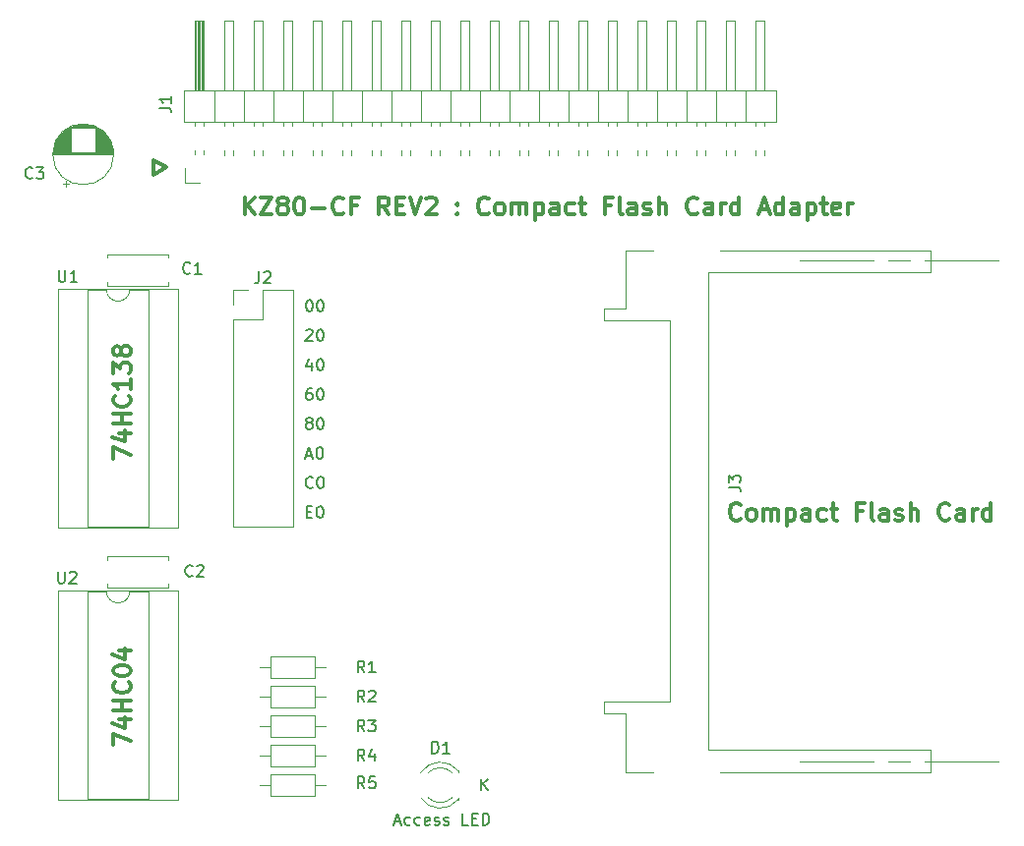
<source format=gto>
G04 #@! TF.GenerationSoftware,KiCad,Pcbnew,(5.0.0-3-g5ebb6b6)*
G04 #@! TF.CreationDate,2018-12-24T17:10:46+09:00*
G04 #@! TF.ProjectId,SBC80-CF,53424338302D43462E6B696361645F70,rev?*
G04 #@! TF.SameCoordinates,Original*
G04 #@! TF.FileFunction,Legend,Top*
G04 #@! TF.FilePolarity,Positive*
%FSLAX46Y46*%
G04 Gerber Fmt 4.6, Leading zero omitted, Abs format (unit mm)*
G04 Created by KiCad (PCBNEW (5.0.0-3-g5ebb6b6)) date 2018 December 24, Monday 17:10:46*
%MOMM*%
%LPD*%
G01*
G04 APERTURE LIST*
%ADD10C,0.200000*%
%ADD11C,0.150000*%
%ADD12C,0.300000*%
%ADD13C,0.120000*%
G04 APERTURE END LIST*
D10*
X148268095Y-110562380D02*
X148268095Y-109562380D01*
X148839523Y-110562380D02*
X148410952Y-109990952D01*
X148839523Y-109562380D02*
X148268095Y-110133809D01*
D11*
X140798571Y-113256666D02*
X141274761Y-113256666D01*
X140703333Y-113542380D02*
X141036666Y-112542380D01*
X141370000Y-113542380D01*
X142131904Y-113494761D02*
X142036666Y-113542380D01*
X141846190Y-113542380D01*
X141750952Y-113494761D01*
X141703333Y-113447142D01*
X141655714Y-113351904D01*
X141655714Y-113066190D01*
X141703333Y-112970952D01*
X141750952Y-112923333D01*
X141846190Y-112875714D01*
X142036666Y-112875714D01*
X142131904Y-112923333D01*
X142989047Y-113494761D02*
X142893809Y-113542380D01*
X142703333Y-113542380D01*
X142608095Y-113494761D01*
X142560476Y-113447142D01*
X142512857Y-113351904D01*
X142512857Y-113066190D01*
X142560476Y-112970952D01*
X142608095Y-112923333D01*
X142703333Y-112875714D01*
X142893809Y-112875714D01*
X142989047Y-112923333D01*
X143798571Y-113494761D02*
X143703333Y-113542380D01*
X143512857Y-113542380D01*
X143417619Y-113494761D01*
X143370000Y-113399523D01*
X143370000Y-113018571D01*
X143417619Y-112923333D01*
X143512857Y-112875714D01*
X143703333Y-112875714D01*
X143798571Y-112923333D01*
X143846190Y-113018571D01*
X143846190Y-113113809D01*
X143370000Y-113209047D01*
X144227142Y-113494761D02*
X144322380Y-113542380D01*
X144512857Y-113542380D01*
X144608095Y-113494761D01*
X144655714Y-113399523D01*
X144655714Y-113351904D01*
X144608095Y-113256666D01*
X144512857Y-113209047D01*
X144370000Y-113209047D01*
X144274761Y-113161428D01*
X144227142Y-113066190D01*
X144227142Y-113018571D01*
X144274761Y-112923333D01*
X144370000Y-112875714D01*
X144512857Y-112875714D01*
X144608095Y-112923333D01*
X145036666Y-113494761D02*
X145131904Y-113542380D01*
X145322380Y-113542380D01*
X145417619Y-113494761D01*
X145465238Y-113399523D01*
X145465238Y-113351904D01*
X145417619Y-113256666D01*
X145322380Y-113209047D01*
X145179523Y-113209047D01*
X145084285Y-113161428D01*
X145036666Y-113066190D01*
X145036666Y-113018571D01*
X145084285Y-112923333D01*
X145179523Y-112875714D01*
X145322380Y-112875714D01*
X145417619Y-112923333D01*
X147131904Y-113542380D02*
X146655714Y-113542380D01*
X146655714Y-112542380D01*
X147465238Y-113018571D02*
X147798571Y-113018571D01*
X147941428Y-113542380D02*
X147465238Y-113542380D01*
X147465238Y-112542380D01*
X147941428Y-112542380D01*
X148370000Y-113542380D02*
X148370000Y-112542380D01*
X148608095Y-112542380D01*
X148750952Y-112590000D01*
X148846190Y-112685238D01*
X148893809Y-112780476D01*
X148941428Y-112970952D01*
X148941428Y-113113809D01*
X148893809Y-113304285D01*
X148846190Y-113399523D01*
X148750952Y-113494761D01*
X148608095Y-113542380D01*
X148370000Y-113542380D01*
D12*
X127888571Y-60948571D02*
X127888571Y-59448571D01*
X128745714Y-60948571D02*
X128102857Y-60091428D01*
X128745714Y-59448571D02*
X127888571Y-60305714D01*
X129245714Y-59448571D02*
X130245714Y-59448571D01*
X129245714Y-60948571D01*
X130245714Y-60948571D01*
X131031428Y-60091428D02*
X130888571Y-60020000D01*
X130817142Y-59948571D01*
X130745714Y-59805714D01*
X130745714Y-59734285D01*
X130817142Y-59591428D01*
X130888571Y-59520000D01*
X131031428Y-59448571D01*
X131317142Y-59448571D01*
X131460000Y-59520000D01*
X131531428Y-59591428D01*
X131602857Y-59734285D01*
X131602857Y-59805714D01*
X131531428Y-59948571D01*
X131460000Y-60020000D01*
X131317142Y-60091428D01*
X131031428Y-60091428D01*
X130888571Y-60162857D01*
X130817142Y-60234285D01*
X130745714Y-60377142D01*
X130745714Y-60662857D01*
X130817142Y-60805714D01*
X130888571Y-60877142D01*
X131031428Y-60948571D01*
X131317142Y-60948571D01*
X131460000Y-60877142D01*
X131531428Y-60805714D01*
X131602857Y-60662857D01*
X131602857Y-60377142D01*
X131531428Y-60234285D01*
X131460000Y-60162857D01*
X131317142Y-60091428D01*
X132531428Y-59448571D02*
X132674285Y-59448571D01*
X132817142Y-59520000D01*
X132888571Y-59591428D01*
X132960000Y-59734285D01*
X133031428Y-60020000D01*
X133031428Y-60377142D01*
X132960000Y-60662857D01*
X132888571Y-60805714D01*
X132817142Y-60877142D01*
X132674285Y-60948571D01*
X132531428Y-60948571D01*
X132388571Y-60877142D01*
X132317142Y-60805714D01*
X132245714Y-60662857D01*
X132174285Y-60377142D01*
X132174285Y-60020000D01*
X132245714Y-59734285D01*
X132317142Y-59591428D01*
X132388571Y-59520000D01*
X132531428Y-59448571D01*
X133674285Y-60377142D02*
X134817142Y-60377142D01*
X136388571Y-60805714D02*
X136317142Y-60877142D01*
X136102857Y-60948571D01*
X135960000Y-60948571D01*
X135745714Y-60877142D01*
X135602857Y-60734285D01*
X135531428Y-60591428D01*
X135460000Y-60305714D01*
X135460000Y-60091428D01*
X135531428Y-59805714D01*
X135602857Y-59662857D01*
X135745714Y-59520000D01*
X135960000Y-59448571D01*
X136102857Y-59448571D01*
X136317142Y-59520000D01*
X136388571Y-59591428D01*
X137531428Y-60162857D02*
X137031428Y-60162857D01*
X137031428Y-60948571D02*
X137031428Y-59448571D01*
X137745714Y-59448571D01*
X140317142Y-60948571D02*
X139817142Y-60234285D01*
X139460000Y-60948571D02*
X139460000Y-59448571D01*
X140031428Y-59448571D01*
X140174285Y-59520000D01*
X140245714Y-59591428D01*
X140317142Y-59734285D01*
X140317142Y-59948571D01*
X140245714Y-60091428D01*
X140174285Y-60162857D01*
X140031428Y-60234285D01*
X139460000Y-60234285D01*
X140960000Y-60162857D02*
X141460000Y-60162857D01*
X141674285Y-60948571D02*
X140960000Y-60948571D01*
X140960000Y-59448571D01*
X141674285Y-59448571D01*
X142102857Y-59448571D02*
X142602857Y-60948571D01*
X143102857Y-59448571D01*
X143531428Y-59591428D02*
X143602857Y-59520000D01*
X143745714Y-59448571D01*
X144102857Y-59448571D01*
X144245714Y-59520000D01*
X144317142Y-59591428D01*
X144388571Y-59734285D01*
X144388571Y-59877142D01*
X144317142Y-60091428D01*
X143460000Y-60948571D01*
X144388571Y-60948571D01*
X146174285Y-60805714D02*
X146245714Y-60877142D01*
X146174285Y-60948571D01*
X146102857Y-60877142D01*
X146174285Y-60805714D01*
X146174285Y-60948571D01*
X146174285Y-60020000D02*
X146245714Y-60091428D01*
X146174285Y-60162857D01*
X146102857Y-60091428D01*
X146174285Y-60020000D01*
X146174285Y-60162857D01*
X148888571Y-60805714D02*
X148817142Y-60877142D01*
X148602857Y-60948571D01*
X148460000Y-60948571D01*
X148245714Y-60877142D01*
X148102857Y-60734285D01*
X148031428Y-60591428D01*
X147960000Y-60305714D01*
X147960000Y-60091428D01*
X148031428Y-59805714D01*
X148102857Y-59662857D01*
X148245714Y-59520000D01*
X148460000Y-59448571D01*
X148602857Y-59448571D01*
X148817142Y-59520000D01*
X148888571Y-59591428D01*
X149745714Y-60948571D02*
X149602857Y-60877142D01*
X149531428Y-60805714D01*
X149460000Y-60662857D01*
X149460000Y-60234285D01*
X149531428Y-60091428D01*
X149602857Y-60020000D01*
X149745714Y-59948571D01*
X149960000Y-59948571D01*
X150102857Y-60020000D01*
X150174285Y-60091428D01*
X150245714Y-60234285D01*
X150245714Y-60662857D01*
X150174285Y-60805714D01*
X150102857Y-60877142D01*
X149960000Y-60948571D01*
X149745714Y-60948571D01*
X150888571Y-60948571D02*
X150888571Y-59948571D01*
X150888571Y-60091428D02*
X150960000Y-60020000D01*
X151102857Y-59948571D01*
X151317142Y-59948571D01*
X151460000Y-60020000D01*
X151531428Y-60162857D01*
X151531428Y-60948571D01*
X151531428Y-60162857D02*
X151602857Y-60020000D01*
X151745714Y-59948571D01*
X151960000Y-59948571D01*
X152102857Y-60020000D01*
X152174285Y-60162857D01*
X152174285Y-60948571D01*
X152888571Y-59948571D02*
X152888571Y-61448571D01*
X152888571Y-60020000D02*
X153031428Y-59948571D01*
X153317142Y-59948571D01*
X153460000Y-60020000D01*
X153531428Y-60091428D01*
X153602857Y-60234285D01*
X153602857Y-60662857D01*
X153531428Y-60805714D01*
X153460000Y-60877142D01*
X153317142Y-60948571D01*
X153031428Y-60948571D01*
X152888571Y-60877142D01*
X154888571Y-60948571D02*
X154888571Y-60162857D01*
X154817142Y-60020000D01*
X154674285Y-59948571D01*
X154388571Y-59948571D01*
X154245714Y-60020000D01*
X154888571Y-60877142D02*
X154745714Y-60948571D01*
X154388571Y-60948571D01*
X154245714Y-60877142D01*
X154174285Y-60734285D01*
X154174285Y-60591428D01*
X154245714Y-60448571D01*
X154388571Y-60377142D01*
X154745714Y-60377142D01*
X154888571Y-60305714D01*
X156245714Y-60877142D02*
X156102857Y-60948571D01*
X155817142Y-60948571D01*
X155674285Y-60877142D01*
X155602857Y-60805714D01*
X155531428Y-60662857D01*
X155531428Y-60234285D01*
X155602857Y-60091428D01*
X155674285Y-60020000D01*
X155817142Y-59948571D01*
X156102857Y-59948571D01*
X156245714Y-60020000D01*
X156674285Y-59948571D02*
X157245714Y-59948571D01*
X156888571Y-59448571D02*
X156888571Y-60734285D01*
X156960000Y-60877142D01*
X157102857Y-60948571D01*
X157245714Y-60948571D01*
X159388571Y-60162857D02*
X158888571Y-60162857D01*
X158888571Y-60948571D02*
X158888571Y-59448571D01*
X159602857Y-59448571D01*
X160388571Y-60948571D02*
X160245714Y-60877142D01*
X160174285Y-60734285D01*
X160174285Y-59448571D01*
X161602857Y-60948571D02*
X161602857Y-60162857D01*
X161531428Y-60020000D01*
X161388571Y-59948571D01*
X161102857Y-59948571D01*
X160960000Y-60020000D01*
X161602857Y-60877142D02*
X161460000Y-60948571D01*
X161102857Y-60948571D01*
X160960000Y-60877142D01*
X160888571Y-60734285D01*
X160888571Y-60591428D01*
X160960000Y-60448571D01*
X161102857Y-60377142D01*
X161460000Y-60377142D01*
X161602857Y-60305714D01*
X162245714Y-60877142D02*
X162388571Y-60948571D01*
X162674285Y-60948571D01*
X162817142Y-60877142D01*
X162888571Y-60734285D01*
X162888571Y-60662857D01*
X162817142Y-60520000D01*
X162674285Y-60448571D01*
X162460000Y-60448571D01*
X162317142Y-60377142D01*
X162245714Y-60234285D01*
X162245714Y-60162857D01*
X162317142Y-60020000D01*
X162460000Y-59948571D01*
X162674285Y-59948571D01*
X162817142Y-60020000D01*
X163531428Y-60948571D02*
X163531428Y-59448571D01*
X164174285Y-60948571D02*
X164174285Y-60162857D01*
X164102857Y-60020000D01*
X163960000Y-59948571D01*
X163745714Y-59948571D01*
X163602857Y-60020000D01*
X163531428Y-60091428D01*
X166888571Y-60805714D02*
X166817142Y-60877142D01*
X166602857Y-60948571D01*
X166460000Y-60948571D01*
X166245714Y-60877142D01*
X166102857Y-60734285D01*
X166031428Y-60591428D01*
X165960000Y-60305714D01*
X165960000Y-60091428D01*
X166031428Y-59805714D01*
X166102857Y-59662857D01*
X166245714Y-59520000D01*
X166460000Y-59448571D01*
X166602857Y-59448571D01*
X166817142Y-59520000D01*
X166888571Y-59591428D01*
X168174285Y-60948571D02*
X168174285Y-60162857D01*
X168102857Y-60020000D01*
X167960000Y-59948571D01*
X167674285Y-59948571D01*
X167531428Y-60020000D01*
X168174285Y-60877142D02*
X168031428Y-60948571D01*
X167674285Y-60948571D01*
X167531428Y-60877142D01*
X167460000Y-60734285D01*
X167460000Y-60591428D01*
X167531428Y-60448571D01*
X167674285Y-60377142D01*
X168031428Y-60377142D01*
X168174285Y-60305714D01*
X168888571Y-60948571D02*
X168888571Y-59948571D01*
X168888571Y-60234285D02*
X168960000Y-60091428D01*
X169031428Y-60020000D01*
X169174285Y-59948571D01*
X169317142Y-59948571D01*
X170460000Y-60948571D02*
X170460000Y-59448571D01*
X170460000Y-60877142D02*
X170317142Y-60948571D01*
X170031428Y-60948571D01*
X169888571Y-60877142D01*
X169817142Y-60805714D01*
X169745714Y-60662857D01*
X169745714Y-60234285D01*
X169817142Y-60091428D01*
X169888571Y-60020000D01*
X170031428Y-59948571D01*
X170317142Y-59948571D01*
X170460000Y-60020000D01*
X172245714Y-60520000D02*
X172960000Y-60520000D01*
X172102857Y-60948571D02*
X172602857Y-59448571D01*
X173102857Y-60948571D01*
X174245714Y-60948571D02*
X174245714Y-59448571D01*
X174245714Y-60877142D02*
X174102857Y-60948571D01*
X173817142Y-60948571D01*
X173674285Y-60877142D01*
X173602857Y-60805714D01*
X173531428Y-60662857D01*
X173531428Y-60234285D01*
X173602857Y-60091428D01*
X173674285Y-60020000D01*
X173817142Y-59948571D01*
X174102857Y-59948571D01*
X174245714Y-60020000D01*
X175602857Y-60948571D02*
X175602857Y-60162857D01*
X175531428Y-60020000D01*
X175388571Y-59948571D01*
X175102857Y-59948571D01*
X174960000Y-60020000D01*
X175602857Y-60877142D02*
X175460000Y-60948571D01*
X175102857Y-60948571D01*
X174960000Y-60877142D01*
X174888571Y-60734285D01*
X174888571Y-60591428D01*
X174960000Y-60448571D01*
X175102857Y-60377142D01*
X175460000Y-60377142D01*
X175602857Y-60305714D01*
X176317142Y-59948571D02*
X176317142Y-61448571D01*
X176317142Y-60020000D02*
X176460000Y-59948571D01*
X176745714Y-59948571D01*
X176888571Y-60020000D01*
X176960000Y-60091428D01*
X177031428Y-60234285D01*
X177031428Y-60662857D01*
X176960000Y-60805714D01*
X176888571Y-60877142D01*
X176745714Y-60948571D01*
X176460000Y-60948571D01*
X176317142Y-60877142D01*
X177460000Y-59948571D02*
X178031428Y-59948571D01*
X177674285Y-59448571D02*
X177674285Y-60734285D01*
X177745714Y-60877142D01*
X177888571Y-60948571D01*
X178031428Y-60948571D01*
X179102857Y-60877142D02*
X178960000Y-60948571D01*
X178674285Y-60948571D01*
X178531428Y-60877142D01*
X178460000Y-60734285D01*
X178460000Y-60162857D01*
X178531428Y-60020000D01*
X178674285Y-59948571D01*
X178960000Y-59948571D01*
X179102857Y-60020000D01*
X179174285Y-60162857D01*
X179174285Y-60305714D01*
X178460000Y-60448571D01*
X179817142Y-60948571D02*
X179817142Y-59948571D01*
X179817142Y-60234285D02*
X179888571Y-60091428D01*
X179960000Y-60020000D01*
X180102857Y-59948571D01*
X180245714Y-59948571D01*
X170557857Y-87150714D02*
X170486428Y-87222142D01*
X170272142Y-87293571D01*
X170129285Y-87293571D01*
X169915000Y-87222142D01*
X169772142Y-87079285D01*
X169700714Y-86936428D01*
X169629285Y-86650714D01*
X169629285Y-86436428D01*
X169700714Y-86150714D01*
X169772142Y-86007857D01*
X169915000Y-85865000D01*
X170129285Y-85793571D01*
X170272142Y-85793571D01*
X170486428Y-85865000D01*
X170557857Y-85936428D01*
X171415000Y-87293571D02*
X171272142Y-87222142D01*
X171200714Y-87150714D01*
X171129285Y-87007857D01*
X171129285Y-86579285D01*
X171200714Y-86436428D01*
X171272142Y-86365000D01*
X171415000Y-86293571D01*
X171629285Y-86293571D01*
X171772142Y-86365000D01*
X171843571Y-86436428D01*
X171915000Y-86579285D01*
X171915000Y-87007857D01*
X171843571Y-87150714D01*
X171772142Y-87222142D01*
X171629285Y-87293571D01*
X171415000Y-87293571D01*
X172557857Y-87293571D02*
X172557857Y-86293571D01*
X172557857Y-86436428D02*
X172629285Y-86365000D01*
X172772142Y-86293571D01*
X172986428Y-86293571D01*
X173129285Y-86365000D01*
X173200714Y-86507857D01*
X173200714Y-87293571D01*
X173200714Y-86507857D02*
X173272142Y-86365000D01*
X173415000Y-86293571D01*
X173629285Y-86293571D01*
X173772142Y-86365000D01*
X173843571Y-86507857D01*
X173843571Y-87293571D01*
X174557857Y-86293571D02*
X174557857Y-87793571D01*
X174557857Y-86365000D02*
X174700714Y-86293571D01*
X174986428Y-86293571D01*
X175129285Y-86365000D01*
X175200714Y-86436428D01*
X175272142Y-86579285D01*
X175272142Y-87007857D01*
X175200714Y-87150714D01*
X175129285Y-87222142D01*
X174986428Y-87293571D01*
X174700714Y-87293571D01*
X174557857Y-87222142D01*
X176557857Y-87293571D02*
X176557857Y-86507857D01*
X176486428Y-86365000D01*
X176343571Y-86293571D01*
X176057857Y-86293571D01*
X175915000Y-86365000D01*
X176557857Y-87222142D02*
X176415000Y-87293571D01*
X176057857Y-87293571D01*
X175915000Y-87222142D01*
X175843571Y-87079285D01*
X175843571Y-86936428D01*
X175915000Y-86793571D01*
X176057857Y-86722142D01*
X176415000Y-86722142D01*
X176557857Y-86650714D01*
X177915000Y-87222142D02*
X177772142Y-87293571D01*
X177486428Y-87293571D01*
X177343571Y-87222142D01*
X177272142Y-87150714D01*
X177200714Y-87007857D01*
X177200714Y-86579285D01*
X177272142Y-86436428D01*
X177343571Y-86365000D01*
X177486428Y-86293571D01*
X177772142Y-86293571D01*
X177915000Y-86365000D01*
X178343571Y-86293571D02*
X178915000Y-86293571D01*
X178557857Y-85793571D02*
X178557857Y-87079285D01*
X178629285Y-87222142D01*
X178772142Y-87293571D01*
X178915000Y-87293571D01*
X181057857Y-86507857D02*
X180557857Y-86507857D01*
X180557857Y-87293571D02*
X180557857Y-85793571D01*
X181272142Y-85793571D01*
X182057857Y-87293571D02*
X181915000Y-87222142D01*
X181843571Y-87079285D01*
X181843571Y-85793571D01*
X183272142Y-87293571D02*
X183272142Y-86507857D01*
X183200714Y-86365000D01*
X183057857Y-86293571D01*
X182772142Y-86293571D01*
X182629285Y-86365000D01*
X183272142Y-87222142D02*
X183129285Y-87293571D01*
X182772142Y-87293571D01*
X182629285Y-87222142D01*
X182557857Y-87079285D01*
X182557857Y-86936428D01*
X182629285Y-86793571D01*
X182772142Y-86722142D01*
X183129285Y-86722142D01*
X183272142Y-86650714D01*
X183915000Y-87222142D02*
X184057857Y-87293571D01*
X184343571Y-87293571D01*
X184486428Y-87222142D01*
X184557857Y-87079285D01*
X184557857Y-87007857D01*
X184486428Y-86865000D01*
X184343571Y-86793571D01*
X184129285Y-86793571D01*
X183986428Y-86722142D01*
X183915000Y-86579285D01*
X183915000Y-86507857D01*
X183986428Y-86365000D01*
X184129285Y-86293571D01*
X184343571Y-86293571D01*
X184486428Y-86365000D01*
X185200714Y-87293571D02*
X185200714Y-85793571D01*
X185843571Y-87293571D02*
X185843571Y-86507857D01*
X185772142Y-86365000D01*
X185629285Y-86293571D01*
X185415000Y-86293571D01*
X185272142Y-86365000D01*
X185200714Y-86436428D01*
X188557857Y-87150714D02*
X188486428Y-87222142D01*
X188272142Y-87293571D01*
X188129285Y-87293571D01*
X187915000Y-87222142D01*
X187772142Y-87079285D01*
X187700714Y-86936428D01*
X187629285Y-86650714D01*
X187629285Y-86436428D01*
X187700714Y-86150714D01*
X187772142Y-86007857D01*
X187915000Y-85865000D01*
X188129285Y-85793571D01*
X188272142Y-85793571D01*
X188486428Y-85865000D01*
X188557857Y-85936428D01*
X189843571Y-87293571D02*
X189843571Y-86507857D01*
X189772142Y-86365000D01*
X189629285Y-86293571D01*
X189343571Y-86293571D01*
X189200714Y-86365000D01*
X189843571Y-87222142D02*
X189700714Y-87293571D01*
X189343571Y-87293571D01*
X189200714Y-87222142D01*
X189129285Y-87079285D01*
X189129285Y-86936428D01*
X189200714Y-86793571D01*
X189343571Y-86722142D01*
X189700714Y-86722142D01*
X189843571Y-86650714D01*
X190557857Y-87293571D02*
X190557857Y-86293571D01*
X190557857Y-86579285D02*
X190629285Y-86436428D01*
X190700714Y-86365000D01*
X190843571Y-86293571D01*
X190986428Y-86293571D01*
X192129285Y-87293571D02*
X192129285Y-85793571D01*
X192129285Y-87222142D02*
X191986428Y-87293571D01*
X191700714Y-87293571D01*
X191557857Y-87222142D01*
X191486428Y-87150714D01*
X191415000Y-87007857D01*
X191415000Y-86579285D01*
X191486428Y-86436428D01*
X191557857Y-86365000D01*
X191700714Y-86293571D01*
X191986428Y-86293571D01*
X192129285Y-86365000D01*
X121161428Y-56877142D02*
X120018571Y-57520000D01*
X120018571Y-56234285D01*
X121161428Y-56877142D01*
X116593571Y-81982857D02*
X116593571Y-80982857D01*
X118093571Y-81625714D01*
X117093571Y-79768571D02*
X118093571Y-79768571D01*
X116522142Y-80125714D02*
X117593571Y-80482857D01*
X117593571Y-79554285D01*
X118093571Y-78982857D02*
X116593571Y-78982857D01*
X117307857Y-78982857D02*
X117307857Y-78125714D01*
X118093571Y-78125714D02*
X116593571Y-78125714D01*
X117950714Y-76554285D02*
X118022142Y-76625714D01*
X118093571Y-76840000D01*
X118093571Y-76982857D01*
X118022142Y-77197142D01*
X117879285Y-77340000D01*
X117736428Y-77411428D01*
X117450714Y-77482857D01*
X117236428Y-77482857D01*
X116950714Y-77411428D01*
X116807857Y-77340000D01*
X116665000Y-77197142D01*
X116593571Y-76982857D01*
X116593571Y-76840000D01*
X116665000Y-76625714D01*
X116736428Y-76554285D01*
X118093571Y-75125714D02*
X118093571Y-75982857D01*
X118093571Y-75554285D02*
X116593571Y-75554285D01*
X116807857Y-75697142D01*
X116950714Y-75840000D01*
X117022142Y-75982857D01*
X116593571Y-74625714D02*
X116593571Y-73697142D01*
X117165000Y-74197142D01*
X117165000Y-73982857D01*
X117236428Y-73840000D01*
X117307857Y-73768571D01*
X117450714Y-73697142D01*
X117807857Y-73697142D01*
X117950714Y-73768571D01*
X118022142Y-73840000D01*
X118093571Y-73982857D01*
X118093571Y-74411428D01*
X118022142Y-74554285D01*
X117950714Y-74625714D01*
X117236428Y-72840000D02*
X117165000Y-72982857D01*
X117093571Y-73054285D01*
X116950714Y-73125714D01*
X116879285Y-73125714D01*
X116736428Y-73054285D01*
X116665000Y-72982857D01*
X116593571Y-72840000D01*
X116593571Y-72554285D01*
X116665000Y-72411428D01*
X116736428Y-72340000D01*
X116879285Y-72268571D01*
X116950714Y-72268571D01*
X117093571Y-72340000D01*
X117165000Y-72411428D01*
X117236428Y-72554285D01*
X117236428Y-72840000D01*
X117307857Y-72982857D01*
X117379285Y-73054285D01*
X117522142Y-73125714D01*
X117807857Y-73125714D01*
X117950714Y-73054285D01*
X118022142Y-72982857D01*
X118093571Y-72840000D01*
X118093571Y-72554285D01*
X118022142Y-72411428D01*
X117950714Y-72340000D01*
X117807857Y-72268571D01*
X117522142Y-72268571D01*
X117379285Y-72340000D01*
X117307857Y-72411428D01*
X117236428Y-72554285D01*
X116593571Y-106668571D02*
X116593571Y-105668571D01*
X118093571Y-106311428D01*
X117093571Y-104454285D02*
X118093571Y-104454285D01*
X116522142Y-104811428D02*
X117593571Y-105168571D01*
X117593571Y-104240000D01*
X118093571Y-103668571D02*
X116593571Y-103668571D01*
X117307857Y-103668571D02*
X117307857Y-102811428D01*
X118093571Y-102811428D02*
X116593571Y-102811428D01*
X117950714Y-101240000D02*
X118022142Y-101311428D01*
X118093571Y-101525714D01*
X118093571Y-101668571D01*
X118022142Y-101882857D01*
X117879285Y-102025714D01*
X117736428Y-102097142D01*
X117450714Y-102168571D01*
X117236428Y-102168571D01*
X116950714Y-102097142D01*
X116807857Y-102025714D01*
X116665000Y-101882857D01*
X116593571Y-101668571D01*
X116593571Y-101525714D01*
X116665000Y-101311428D01*
X116736428Y-101240000D01*
X116593571Y-100311428D02*
X116593571Y-100168571D01*
X116665000Y-100025714D01*
X116736428Y-99954285D01*
X116879285Y-99882857D01*
X117165000Y-99811428D01*
X117522142Y-99811428D01*
X117807857Y-99882857D01*
X117950714Y-99954285D01*
X118022142Y-100025714D01*
X118093571Y-100168571D01*
X118093571Y-100311428D01*
X118022142Y-100454285D01*
X117950714Y-100525714D01*
X117807857Y-100597142D01*
X117522142Y-100668571D01*
X117165000Y-100668571D01*
X116879285Y-100597142D01*
X116736428Y-100525714D01*
X116665000Y-100454285D01*
X116593571Y-100311428D01*
X117093571Y-98525714D02*
X118093571Y-98525714D01*
X116522142Y-98882857D02*
X117593571Y-99240000D01*
X117593571Y-98311428D01*
D11*
X133234523Y-86543571D02*
X133567857Y-86543571D01*
X133710714Y-87067380D02*
X133234523Y-87067380D01*
X133234523Y-86067380D01*
X133710714Y-86067380D01*
X134329761Y-86067380D02*
X134425000Y-86067380D01*
X134520238Y-86115000D01*
X134567857Y-86162619D01*
X134615476Y-86257857D01*
X134663095Y-86448333D01*
X134663095Y-86686428D01*
X134615476Y-86876904D01*
X134567857Y-86972142D01*
X134520238Y-87019761D01*
X134425000Y-87067380D01*
X134329761Y-87067380D01*
X134234523Y-87019761D01*
X134186904Y-86972142D01*
X134139285Y-86876904D01*
X134091666Y-86686428D01*
X134091666Y-86448333D01*
X134139285Y-86257857D01*
X134186904Y-86162619D01*
X134234523Y-86115000D01*
X134329761Y-86067380D01*
X133758333Y-84432142D02*
X133710714Y-84479761D01*
X133567857Y-84527380D01*
X133472619Y-84527380D01*
X133329761Y-84479761D01*
X133234523Y-84384523D01*
X133186904Y-84289285D01*
X133139285Y-84098809D01*
X133139285Y-83955952D01*
X133186904Y-83765476D01*
X133234523Y-83670238D01*
X133329761Y-83575000D01*
X133472619Y-83527380D01*
X133567857Y-83527380D01*
X133710714Y-83575000D01*
X133758333Y-83622619D01*
X134377380Y-83527380D02*
X134472619Y-83527380D01*
X134567857Y-83575000D01*
X134615476Y-83622619D01*
X134663095Y-83717857D01*
X134710714Y-83908333D01*
X134710714Y-84146428D01*
X134663095Y-84336904D01*
X134615476Y-84432142D01*
X134567857Y-84479761D01*
X134472619Y-84527380D01*
X134377380Y-84527380D01*
X134282142Y-84479761D01*
X134234523Y-84432142D01*
X134186904Y-84336904D01*
X134139285Y-84146428D01*
X134139285Y-83908333D01*
X134186904Y-83717857D01*
X134234523Y-83622619D01*
X134282142Y-83575000D01*
X134377380Y-83527380D01*
X133210714Y-81701666D02*
X133686904Y-81701666D01*
X133115476Y-81987380D02*
X133448809Y-80987380D01*
X133782142Y-81987380D01*
X134305952Y-80987380D02*
X134401190Y-80987380D01*
X134496428Y-81035000D01*
X134544047Y-81082619D01*
X134591666Y-81177857D01*
X134639285Y-81368333D01*
X134639285Y-81606428D01*
X134591666Y-81796904D01*
X134544047Y-81892142D01*
X134496428Y-81939761D01*
X134401190Y-81987380D01*
X134305952Y-81987380D01*
X134210714Y-81939761D01*
X134163095Y-81892142D01*
X134115476Y-81796904D01*
X134067857Y-81606428D01*
X134067857Y-81368333D01*
X134115476Y-81177857D01*
X134163095Y-81082619D01*
X134210714Y-81035000D01*
X134305952Y-80987380D01*
X133353571Y-78875952D02*
X133258333Y-78828333D01*
X133210714Y-78780714D01*
X133163095Y-78685476D01*
X133163095Y-78637857D01*
X133210714Y-78542619D01*
X133258333Y-78495000D01*
X133353571Y-78447380D01*
X133544047Y-78447380D01*
X133639285Y-78495000D01*
X133686904Y-78542619D01*
X133734523Y-78637857D01*
X133734523Y-78685476D01*
X133686904Y-78780714D01*
X133639285Y-78828333D01*
X133544047Y-78875952D01*
X133353571Y-78875952D01*
X133258333Y-78923571D01*
X133210714Y-78971190D01*
X133163095Y-79066428D01*
X133163095Y-79256904D01*
X133210714Y-79352142D01*
X133258333Y-79399761D01*
X133353571Y-79447380D01*
X133544047Y-79447380D01*
X133639285Y-79399761D01*
X133686904Y-79352142D01*
X133734523Y-79256904D01*
X133734523Y-79066428D01*
X133686904Y-78971190D01*
X133639285Y-78923571D01*
X133544047Y-78875952D01*
X134353571Y-78447380D02*
X134448809Y-78447380D01*
X134544047Y-78495000D01*
X134591666Y-78542619D01*
X134639285Y-78637857D01*
X134686904Y-78828333D01*
X134686904Y-79066428D01*
X134639285Y-79256904D01*
X134591666Y-79352142D01*
X134544047Y-79399761D01*
X134448809Y-79447380D01*
X134353571Y-79447380D01*
X134258333Y-79399761D01*
X134210714Y-79352142D01*
X134163095Y-79256904D01*
X134115476Y-79066428D01*
X134115476Y-78828333D01*
X134163095Y-78637857D01*
X134210714Y-78542619D01*
X134258333Y-78495000D01*
X134353571Y-78447380D01*
X133639285Y-75907380D02*
X133448809Y-75907380D01*
X133353571Y-75955000D01*
X133305952Y-76002619D01*
X133210714Y-76145476D01*
X133163095Y-76335952D01*
X133163095Y-76716904D01*
X133210714Y-76812142D01*
X133258333Y-76859761D01*
X133353571Y-76907380D01*
X133544047Y-76907380D01*
X133639285Y-76859761D01*
X133686904Y-76812142D01*
X133734523Y-76716904D01*
X133734523Y-76478809D01*
X133686904Y-76383571D01*
X133639285Y-76335952D01*
X133544047Y-76288333D01*
X133353571Y-76288333D01*
X133258333Y-76335952D01*
X133210714Y-76383571D01*
X133163095Y-76478809D01*
X134353571Y-75907380D02*
X134448809Y-75907380D01*
X134544047Y-75955000D01*
X134591666Y-76002619D01*
X134639285Y-76097857D01*
X134686904Y-76288333D01*
X134686904Y-76526428D01*
X134639285Y-76716904D01*
X134591666Y-76812142D01*
X134544047Y-76859761D01*
X134448809Y-76907380D01*
X134353571Y-76907380D01*
X134258333Y-76859761D01*
X134210714Y-76812142D01*
X134163095Y-76716904D01*
X134115476Y-76526428D01*
X134115476Y-76288333D01*
X134163095Y-76097857D01*
X134210714Y-76002619D01*
X134258333Y-75955000D01*
X134353571Y-75907380D01*
X133639285Y-73700714D02*
X133639285Y-74367380D01*
X133401190Y-73319761D02*
X133163095Y-74034047D01*
X133782142Y-74034047D01*
X134353571Y-73367380D02*
X134448809Y-73367380D01*
X134544047Y-73415000D01*
X134591666Y-73462619D01*
X134639285Y-73557857D01*
X134686904Y-73748333D01*
X134686904Y-73986428D01*
X134639285Y-74176904D01*
X134591666Y-74272142D01*
X134544047Y-74319761D01*
X134448809Y-74367380D01*
X134353571Y-74367380D01*
X134258333Y-74319761D01*
X134210714Y-74272142D01*
X134163095Y-74176904D01*
X134115476Y-73986428D01*
X134115476Y-73748333D01*
X134163095Y-73557857D01*
X134210714Y-73462619D01*
X134258333Y-73415000D01*
X134353571Y-73367380D01*
X133163095Y-70922619D02*
X133210714Y-70875000D01*
X133305952Y-70827380D01*
X133544047Y-70827380D01*
X133639285Y-70875000D01*
X133686904Y-70922619D01*
X133734523Y-71017857D01*
X133734523Y-71113095D01*
X133686904Y-71255952D01*
X133115476Y-71827380D01*
X133734523Y-71827380D01*
X134353571Y-70827380D02*
X134448809Y-70827380D01*
X134544047Y-70875000D01*
X134591666Y-70922619D01*
X134639285Y-71017857D01*
X134686904Y-71208333D01*
X134686904Y-71446428D01*
X134639285Y-71636904D01*
X134591666Y-71732142D01*
X134544047Y-71779761D01*
X134448809Y-71827380D01*
X134353571Y-71827380D01*
X134258333Y-71779761D01*
X134210714Y-71732142D01*
X134163095Y-71636904D01*
X134115476Y-71446428D01*
X134115476Y-71208333D01*
X134163095Y-71017857D01*
X134210714Y-70922619D01*
X134258333Y-70875000D01*
X134353571Y-70827380D01*
X133401190Y-68287380D02*
X133496428Y-68287380D01*
X133591666Y-68335000D01*
X133639285Y-68382619D01*
X133686904Y-68477857D01*
X133734523Y-68668333D01*
X133734523Y-68906428D01*
X133686904Y-69096904D01*
X133639285Y-69192142D01*
X133591666Y-69239761D01*
X133496428Y-69287380D01*
X133401190Y-69287380D01*
X133305952Y-69239761D01*
X133258333Y-69192142D01*
X133210714Y-69096904D01*
X133163095Y-68906428D01*
X133163095Y-68668333D01*
X133210714Y-68477857D01*
X133258333Y-68382619D01*
X133305952Y-68335000D01*
X133401190Y-68287380D01*
X134353571Y-68287380D02*
X134448809Y-68287380D01*
X134544047Y-68335000D01*
X134591666Y-68382619D01*
X134639285Y-68477857D01*
X134686904Y-68668333D01*
X134686904Y-68906428D01*
X134639285Y-69096904D01*
X134591666Y-69192142D01*
X134544047Y-69239761D01*
X134448809Y-69287380D01*
X134353571Y-69287380D01*
X134258333Y-69239761D01*
X134210714Y-69192142D01*
X134163095Y-69096904D01*
X134115476Y-68906428D01*
X134115476Y-68668333D01*
X134163095Y-68477857D01*
X134210714Y-68382619D01*
X134258333Y-68335000D01*
X134353571Y-68287380D01*
D13*
G04 #@! TO.C,J2*
X126860000Y-87840000D02*
X132060000Y-87840000D01*
X126860000Y-70000000D02*
X126860000Y-87840000D01*
X132060000Y-67400000D02*
X132060000Y-87840000D01*
X126860000Y-70000000D02*
X129460000Y-70000000D01*
X129460000Y-70000000D02*
X129460000Y-67400000D01*
X129460000Y-67400000D02*
X132060000Y-67400000D01*
X126860000Y-68730000D02*
X126860000Y-67400000D01*
X126860000Y-67400000D02*
X128190000Y-67400000D01*
G04 #@! TO.C,D1*
X143047665Y-111188608D02*
G75*
G03X146280000Y-111345516I1672335J1078608D01*
G01*
X143047665Y-109031392D02*
G75*
G02X146280000Y-108874484I1672335J-1078608D01*
G01*
X143678870Y-111189837D02*
G75*
G03X145760961Y-111190000I1041130J1079837D01*
G01*
X143678870Y-109030163D02*
G75*
G02X145760961Y-109030000I1041130J-1079837D01*
G01*
X146280000Y-111346000D02*
X146280000Y-111190000D01*
X146280000Y-109030000D02*
X146280000Y-108874000D01*
G04 #@! TO.C,C1*
X121310000Y-67100000D02*
X116070000Y-67100000D01*
X121310000Y-64360000D02*
X116070000Y-64360000D01*
X121310000Y-67100000D02*
X121310000Y-66785000D01*
X121310000Y-64675000D02*
X121310000Y-64360000D01*
X116070000Y-67100000D02*
X116070000Y-66785000D01*
X116070000Y-64675000D02*
X116070000Y-64360000D01*
G04 #@! TO.C,C2*
X116070000Y-90675000D02*
X116070000Y-90360000D01*
X116070000Y-93100000D02*
X116070000Y-92785000D01*
X121310000Y-90675000D02*
X121310000Y-90360000D01*
X121310000Y-93100000D02*
X121310000Y-92785000D01*
X121310000Y-90360000D02*
X116070000Y-90360000D01*
X121310000Y-93100000D02*
X116070000Y-93100000D01*
G04 #@! TO.C,C3*
X116620000Y-55750000D02*
G75*
G03X116620000Y-55750000I-2620000J0D01*
G01*
X111420000Y-55750000D02*
X116580000Y-55750000D01*
X111420000Y-55710000D02*
X116580000Y-55710000D01*
X111421000Y-55670000D02*
X116579000Y-55670000D01*
X111422000Y-55630000D02*
X116578000Y-55630000D01*
X111424000Y-55590000D02*
X116576000Y-55590000D01*
X111427000Y-55550000D02*
X116573000Y-55550000D01*
X111431000Y-55510000D02*
X112960000Y-55510000D01*
X115040000Y-55510000D02*
X116569000Y-55510000D01*
X111435000Y-55470000D02*
X112960000Y-55470000D01*
X115040000Y-55470000D02*
X116565000Y-55470000D01*
X111439000Y-55430000D02*
X112960000Y-55430000D01*
X115040000Y-55430000D02*
X116561000Y-55430000D01*
X111444000Y-55390000D02*
X112960000Y-55390000D01*
X115040000Y-55390000D02*
X116556000Y-55390000D01*
X111450000Y-55350000D02*
X112960000Y-55350000D01*
X115040000Y-55350000D02*
X116550000Y-55350000D01*
X111457000Y-55310000D02*
X112960000Y-55310000D01*
X115040000Y-55310000D02*
X116543000Y-55310000D01*
X111464000Y-55270000D02*
X112960000Y-55270000D01*
X115040000Y-55270000D02*
X116536000Y-55270000D01*
X111472000Y-55230000D02*
X112960000Y-55230000D01*
X115040000Y-55230000D02*
X116528000Y-55230000D01*
X111480000Y-55190000D02*
X112960000Y-55190000D01*
X115040000Y-55190000D02*
X116520000Y-55190000D01*
X111489000Y-55150000D02*
X112960000Y-55150000D01*
X115040000Y-55150000D02*
X116511000Y-55150000D01*
X111499000Y-55110000D02*
X112960000Y-55110000D01*
X115040000Y-55110000D02*
X116501000Y-55110000D01*
X111509000Y-55070000D02*
X112960000Y-55070000D01*
X115040000Y-55070000D02*
X116491000Y-55070000D01*
X111520000Y-55029000D02*
X112960000Y-55029000D01*
X115040000Y-55029000D02*
X116480000Y-55029000D01*
X111532000Y-54989000D02*
X112960000Y-54989000D01*
X115040000Y-54989000D02*
X116468000Y-54989000D01*
X111545000Y-54949000D02*
X112960000Y-54949000D01*
X115040000Y-54949000D02*
X116455000Y-54949000D01*
X111558000Y-54909000D02*
X112960000Y-54909000D01*
X115040000Y-54909000D02*
X116442000Y-54909000D01*
X111572000Y-54869000D02*
X112960000Y-54869000D01*
X115040000Y-54869000D02*
X116428000Y-54869000D01*
X111586000Y-54829000D02*
X112960000Y-54829000D01*
X115040000Y-54829000D02*
X116414000Y-54829000D01*
X111602000Y-54789000D02*
X112960000Y-54789000D01*
X115040000Y-54789000D02*
X116398000Y-54789000D01*
X111618000Y-54749000D02*
X112960000Y-54749000D01*
X115040000Y-54749000D02*
X116382000Y-54749000D01*
X111635000Y-54709000D02*
X112960000Y-54709000D01*
X115040000Y-54709000D02*
X116365000Y-54709000D01*
X111652000Y-54669000D02*
X112960000Y-54669000D01*
X115040000Y-54669000D02*
X116348000Y-54669000D01*
X111671000Y-54629000D02*
X112960000Y-54629000D01*
X115040000Y-54629000D02*
X116329000Y-54629000D01*
X111690000Y-54589000D02*
X112960000Y-54589000D01*
X115040000Y-54589000D02*
X116310000Y-54589000D01*
X111710000Y-54549000D02*
X112960000Y-54549000D01*
X115040000Y-54549000D02*
X116290000Y-54549000D01*
X111732000Y-54509000D02*
X112960000Y-54509000D01*
X115040000Y-54509000D02*
X116268000Y-54509000D01*
X111753000Y-54469000D02*
X112960000Y-54469000D01*
X115040000Y-54469000D02*
X116247000Y-54469000D01*
X111776000Y-54429000D02*
X112960000Y-54429000D01*
X115040000Y-54429000D02*
X116224000Y-54429000D01*
X111800000Y-54389000D02*
X112960000Y-54389000D01*
X115040000Y-54389000D02*
X116200000Y-54389000D01*
X111825000Y-54349000D02*
X112960000Y-54349000D01*
X115040000Y-54349000D02*
X116175000Y-54349000D01*
X111851000Y-54309000D02*
X112960000Y-54309000D01*
X115040000Y-54309000D02*
X116149000Y-54309000D01*
X111878000Y-54269000D02*
X112960000Y-54269000D01*
X115040000Y-54269000D02*
X116122000Y-54269000D01*
X111905000Y-54229000D02*
X112960000Y-54229000D01*
X115040000Y-54229000D02*
X116095000Y-54229000D01*
X111935000Y-54189000D02*
X112960000Y-54189000D01*
X115040000Y-54189000D02*
X116065000Y-54189000D01*
X111965000Y-54149000D02*
X112960000Y-54149000D01*
X115040000Y-54149000D02*
X116035000Y-54149000D01*
X111996000Y-54109000D02*
X112960000Y-54109000D01*
X115040000Y-54109000D02*
X116004000Y-54109000D01*
X112029000Y-54069000D02*
X112960000Y-54069000D01*
X115040000Y-54069000D02*
X115971000Y-54069000D01*
X112063000Y-54029000D02*
X112960000Y-54029000D01*
X115040000Y-54029000D02*
X115937000Y-54029000D01*
X112099000Y-53989000D02*
X112960000Y-53989000D01*
X115040000Y-53989000D02*
X115901000Y-53989000D01*
X112136000Y-53949000D02*
X112960000Y-53949000D01*
X115040000Y-53949000D02*
X115864000Y-53949000D01*
X112174000Y-53909000D02*
X112960000Y-53909000D01*
X115040000Y-53909000D02*
X115826000Y-53909000D01*
X112215000Y-53869000D02*
X112960000Y-53869000D01*
X115040000Y-53869000D02*
X115785000Y-53869000D01*
X112257000Y-53829000D02*
X112960000Y-53829000D01*
X115040000Y-53829000D02*
X115743000Y-53829000D01*
X112301000Y-53789000D02*
X112960000Y-53789000D01*
X115040000Y-53789000D02*
X115699000Y-53789000D01*
X112347000Y-53749000D02*
X112960000Y-53749000D01*
X115040000Y-53749000D02*
X115653000Y-53749000D01*
X112395000Y-53709000D02*
X112960000Y-53709000D01*
X115040000Y-53709000D02*
X115605000Y-53709000D01*
X112446000Y-53669000D02*
X112960000Y-53669000D01*
X115040000Y-53669000D02*
X115554000Y-53669000D01*
X112500000Y-53629000D02*
X112960000Y-53629000D01*
X115040000Y-53629000D02*
X115500000Y-53629000D01*
X112557000Y-53589000D02*
X112960000Y-53589000D01*
X115040000Y-53589000D02*
X115443000Y-53589000D01*
X112617000Y-53549000D02*
X112960000Y-53549000D01*
X115040000Y-53549000D02*
X115383000Y-53549000D01*
X112681000Y-53509000D02*
X112960000Y-53509000D01*
X115040000Y-53509000D02*
X115319000Y-53509000D01*
X112749000Y-53469000D02*
X112960000Y-53469000D01*
X115040000Y-53469000D02*
X115251000Y-53469000D01*
X112822000Y-53429000D02*
X115178000Y-53429000D01*
X112902000Y-53389000D02*
X115098000Y-53389000D01*
X112989000Y-53349000D02*
X115011000Y-53349000D01*
X113085000Y-53309000D02*
X114915000Y-53309000D01*
X113195000Y-53269000D02*
X114805000Y-53269000D01*
X113323000Y-53229000D02*
X114677000Y-53229000D01*
X113482000Y-53189000D02*
X114518000Y-53189000D01*
X113716000Y-53149000D02*
X114284000Y-53149000D01*
X112525000Y-58554775D02*
X112525000Y-58054775D01*
X112275000Y-58304775D02*
X112775000Y-58304775D01*
G04 #@! TO.C,R1*
X130100000Y-99030000D02*
X130100000Y-100870000D01*
X130100000Y-100870000D02*
X133940000Y-100870000D01*
X133940000Y-100870000D02*
X133940000Y-99030000D01*
X133940000Y-99030000D02*
X130100000Y-99030000D01*
X129150000Y-99950000D02*
X130100000Y-99950000D01*
X134890000Y-99950000D02*
X133940000Y-99950000D01*
G04 #@! TO.C,R2*
X134890000Y-102490000D02*
X133940000Y-102490000D01*
X129150000Y-102490000D02*
X130100000Y-102490000D01*
X133940000Y-101570000D02*
X130100000Y-101570000D01*
X133940000Y-103410000D02*
X133940000Y-101570000D01*
X130100000Y-103410000D02*
X133940000Y-103410000D01*
X130100000Y-101570000D02*
X130100000Y-103410000D01*
G04 #@! TO.C,R3*
X130100000Y-104110000D02*
X130100000Y-105950000D01*
X130100000Y-105950000D02*
X133940000Y-105950000D01*
X133940000Y-105950000D02*
X133940000Y-104110000D01*
X133940000Y-104110000D02*
X130100000Y-104110000D01*
X129150000Y-105030000D02*
X130100000Y-105030000D01*
X134890000Y-105030000D02*
X133940000Y-105030000D01*
G04 #@! TO.C,R4*
X134890000Y-107570000D02*
X133940000Y-107570000D01*
X129150000Y-107570000D02*
X130100000Y-107570000D01*
X133940000Y-106650000D02*
X130100000Y-106650000D01*
X133940000Y-108490000D02*
X133940000Y-106650000D01*
X130100000Y-108490000D02*
X133940000Y-108490000D01*
X130100000Y-106650000D02*
X130100000Y-108490000D01*
G04 #@! TO.C,R5*
X130100000Y-109190000D02*
X130100000Y-111030000D01*
X130100000Y-111030000D02*
X133940000Y-111030000D01*
X133940000Y-111030000D02*
X133940000Y-109190000D01*
X133940000Y-109190000D02*
X130100000Y-109190000D01*
X129150000Y-110110000D02*
X130100000Y-110110000D01*
X134890000Y-110110000D02*
X133940000Y-110110000D01*
G04 #@! TO.C,U1*
X118000000Y-67400000D02*
G75*
G02X116000000Y-67400000I-1000000J0D01*
G01*
X116000000Y-67400000D02*
X114350000Y-67400000D01*
X114350000Y-67400000D02*
X114350000Y-87840000D01*
X114350000Y-87840000D02*
X119650000Y-87840000D01*
X119650000Y-87840000D02*
X119650000Y-67400000D01*
X119650000Y-67400000D02*
X118000000Y-67400000D01*
X111860000Y-67340000D02*
X111860000Y-87900000D01*
X111860000Y-87900000D02*
X122140000Y-87900000D01*
X122140000Y-87900000D02*
X122140000Y-67340000D01*
X122140000Y-67340000D02*
X111860000Y-67340000D01*
G04 #@! TO.C,U2*
X118000000Y-93400000D02*
G75*
G02X116000000Y-93400000I-1000000J0D01*
G01*
X116000000Y-93400000D02*
X114350000Y-93400000D01*
X114350000Y-93400000D02*
X114350000Y-111300000D01*
X114350000Y-111300000D02*
X119650000Y-111300000D01*
X119650000Y-111300000D02*
X119650000Y-93400000D01*
X119650000Y-93400000D02*
X118000000Y-93400000D01*
X111860000Y-93340000D02*
X111860000Y-111360000D01*
X111860000Y-111360000D02*
X122140000Y-111360000D01*
X122140000Y-111360000D02*
X122140000Y-93340000D01*
X122140000Y-93340000D02*
X111860000Y-93340000D01*
G04 #@! TO.C,J1*
X122689000Y-52917000D02*
X173609000Y-52917000D01*
X173609000Y-52917000D02*
X173609000Y-50257000D01*
X173609000Y-50257000D02*
X122689000Y-50257000D01*
X122689000Y-50257000D02*
X122689000Y-52917000D01*
X123639000Y-50257000D02*
X123639000Y-44257000D01*
X123639000Y-44257000D02*
X124399000Y-44257000D01*
X124399000Y-44257000D02*
X124399000Y-50257000D01*
X123699000Y-50257000D02*
X123699000Y-44257000D01*
X123819000Y-50257000D02*
X123819000Y-44257000D01*
X123939000Y-50257000D02*
X123939000Y-44257000D01*
X124059000Y-50257000D02*
X124059000Y-44257000D01*
X124179000Y-50257000D02*
X124179000Y-44257000D01*
X124299000Y-50257000D02*
X124299000Y-44257000D01*
X123639000Y-53314071D02*
X123639000Y-52917000D01*
X124399000Y-53314071D02*
X124399000Y-52917000D01*
X123639000Y-55787000D02*
X123639000Y-55399929D01*
X124399000Y-55787000D02*
X124399000Y-55399929D01*
X125289000Y-52917000D02*
X125289000Y-50257000D01*
X126179000Y-50257000D02*
X126179000Y-44257000D01*
X126179000Y-44257000D02*
X126939000Y-44257000D01*
X126939000Y-44257000D02*
X126939000Y-50257000D01*
X126179000Y-53314071D02*
X126179000Y-52917000D01*
X126939000Y-53314071D02*
X126939000Y-52917000D01*
X126179000Y-55854071D02*
X126179000Y-55399929D01*
X126939000Y-55854071D02*
X126939000Y-55399929D01*
X127829000Y-52917000D02*
X127829000Y-50257000D01*
X128719000Y-50257000D02*
X128719000Y-44257000D01*
X128719000Y-44257000D02*
X129479000Y-44257000D01*
X129479000Y-44257000D02*
X129479000Y-50257000D01*
X128719000Y-53314071D02*
X128719000Y-52917000D01*
X129479000Y-53314071D02*
X129479000Y-52917000D01*
X128719000Y-55854071D02*
X128719000Y-55399929D01*
X129479000Y-55854071D02*
X129479000Y-55399929D01*
X130369000Y-52917000D02*
X130369000Y-50257000D01*
X131259000Y-50257000D02*
X131259000Y-44257000D01*
X131259000Y-44257000D02*
X132019000Y-44257000D01*
X132019000Y-44257000D02*
X132019000Y-50257000D01*
X131259000Y-53314071D02*
X131259000Y-52917000D01*
X132019000Y-53314071D02*
X132019000Y-52917000D01*
X131259000Y-55854071D02*
X131259000Y-55399929D01*
X132019000Y-55854071D02*
X132019000Y-55399929D01*
X132909000Y-52917000D02*
X132909000Y-50257000D01*
X133799000Y-50257000D02*
X133799000Y-44257000D01*
X133799000Y-44257000D02*
X134559000Y-44257000D01*
X134559000Y-44257000D02*
X134559000Y-50257000D01*
X133799000Y-53314071D02*
X133799000Y-52917000D01*
X134559000Y-53314071D02*
X134559000Y-52917000D01*
X133799000Y-55854071D02*
X133799000Y-55399929D01*
X134559000Y-55854071D02*
X134559000Y-55399929D01*
X135449000Y-52917000D02*
X135449000Y-50257000D01*
X136339000Y-50257000D02*
X136339000Y-44257000D01*
X136339000Y-44257000D02*
X137099000Y-44257000D01*
X137099000Y-44257000D02*
X137099000Y-50257000D01*
X136339000Y-53314071D02*
X136339000Y-52917000D01*
X137099000Y-53314071D02*
X137099000Y-52917000D01*
X136339000Y-55854071D02*
X136339000Y-55399929D01*
X137099000Y-55854071D02*
X137099000Y-55399929D01*
X137989000Y-52917000D02*
X137989000Y-50257000D01*
X138879000Y-50257000D02*
X138879000Y-44257000D01*
X138879000Y-44257000D02*
X139639000Y-44257000D01*
X139639000Y-44257000D02*
X139639000Y-50257000D01*
X138879000Y-53314071D02*
X138879000Y-52917000D01*
X139639000Y-53314071D02*
X139639000Y-52917000D01*
X138879000Y-55854071D02*
X138879000Y-55399929D01*
X139639000Y-55854071D02*
X139639000Y-55399929D01*
X140529000Y-52917000D02*
X140529000Y-50257000D01*
X141419000Y-50257000D02*
X141419000Y-44257000D01*
X141419000Y-44257000D02*
X142179000Y-44257000D01*
X142179000Y-44257000D02*
X142179000Y-50257000D01*
X141419000Y-53314071D02*
X141419000Y-52917000D01*
X142179000Y-53314071D02*
X142179000Y-52917000D01*
X141419000Y-55854071D02*
X141419000Y-55399929D01*
X142179000Y-55854071D02*
X142179000Y-55399929D01*
X143069000Y-52917000D02*
X143069000Y-50257000D01*
X143959000Y-50257000D02*
X143959000Y-44257000D01*
X143959000Y-44257000D02*
X144719000Y-44257000D01*
X144719000Y-44257000D02*
X144719000Y-50257000D01*
X143959000Y-53314071D02*
X143959000Y-52917000D01*
X144719000Y-53314071D02*
X144719000Y-52917000D01*
X143959000Y-55854071D02*
X143959000Y-55399929D01*
X144719000Y-55854071D02*
X144719000Y-55399929D01*
X145609000Y-52917000D02*
X145609000Y-50257000D01*
X146499000Y-50257000D02*
X146499000Y-44257000D01*
X146499000Y-44257000D02*
X147259000Y-44257000D01*
X147259000Y-44257000D02*
X147259000Y-50257000D01*
X146499000Y-53314071D02*
X146499000Y-52917000D01*
X147259000Y-53314071D02*
X147259000Y-52917000D01*
X146499000Y-55854071D02*
X146499000Y-55399929D01*
X147259000Y-55854071D02*
X147259000Y-55399929D01*
X148149000Y-52917000D02*
X148149000Y-50257000D01*
X149039000Y-50257000D02*
X149039000Y-44257000D01*
X149039000Y-44257000D02*
X149799000Y-44257000D01*
X149799000Y-44257000D02*
X149799000Y-50257000D01*
X149039000Y-53314071D02*
X149039000Y-52917000D01*
X149799000Y-53314071D02*
X149799000Y-52917000D01*
X149039000Y-55854071D02*
X149039000Y-55399929D01*
X149799000Y-55854071D02*
X149799000Y-55399929D01*
X150689000Y-52917000D02*
X150689000Y-50257000D01*
X151579000Y-50257000D02*
X151579000Y-44257000D01*
X151579000Y-44257000D02*
X152339000Y-44257000D01*
X152339000Y-44257000D02*
X152339000Y-50257000D01*
X151579000Y-53314071D02*
X151579000Y-52917000D01*
X152339000Y-53314071D02*
X152339000Y-52917000D01*
X151579000Y-55854071D02*
X151579000Y-55399929D01*
X152339000Y-55854071D02*
X152339000Y-55399929D01*
X153229000Y-52917000D02*
X153229000Y-50257000D01*
X154119000Y-50257000D02*
X154119000Y-44257000D01*
X154119000Y-44257000D02*
X154879000Y-44257000D01*
X154879000Y-44257000D02*
X154879000Y-50257000D01*
X154119000Y-53314071D02*
X154119000Y-52917000D01*
X154879000Y-53314071D02*
X154879000Y-52917000D01*
X154119000Y-55854071D02*
X154119000Y-55399929D01*
X154879000Y-55854071D02*
X154879000Y-55399929D01*
X155769000Y-52917000D02*
X155769000Y-50257000D01*
X156659000Y-50257000D02*
X156659000Y-44257000D01*
X156659000Y-44257000D02*
X157419000Y-44257000D01*
X157419000Y-44257000D02*
X157419000Y-50257000D01*
X156659000Y-53314071D02*
X156659000Y-52917000D01*
X157419000Y-53314071D02*
X157419000Y-52917000D01*
X156659000Y-55854071D02*
X156659000Y-55399929D01*
X157419000Y-55854071D02*
X157419000Y-55399929D01*
X158309000Y-52917000D02*
X158309000Y-50257000D01*
X159199000Y-50257000D02*
X159199000Y-44257000D01*
X159199000Y-44257000D02*
X159959000Y-44257000D01*
X159959000Y-44257000D02*
X159959000Y-50257000D01*
X159199000Y-53314071D02*
X159199000Y-52917000D01*
X159959000Y-53314071D02*
X159959000Y-52917000D01*
X159199000Y-55854071D02*
X159199000Y-55399929D01*
X159959000Y-55854071D02*
X159959000Y-55399929D01*
X160849000Y-52917000D02*
X160849000Y-50257000D01*
X161739000Y-50257000D02*
X161739000Y-44257000D01*
X161739000Y-44257000D02*
X162499000Y-44257000D01*
X162499000Y-44257000D02*
X162499000Y-50257000D01*
X161739000Y-53314071D02*
X161739000Y-52917000D01*
X162499000Y-53314071D02*
X162499000Y-52917000D01*
X161739000Y-55854071D02*
X161739000Y-55399929D01*
X162499000Y-55854071D02*
X162499000Y-55399929D01*
X163389000Y-52917000D02*
X163389000Y-50257000D01*
X164279000Y-50257000D02*
X164279000Y-44257000D01*
X164279000Y-44257000D02*
X165039000Y-44257000D01*
X165039000Y-44257000D02*
X165039000Y-50257000D01*
X164279000Y-53314071D02*
X164279000Y-52917000D01*
X165039000Y-53314071D02*
X165039000Y-52917000D01*
X164279000Y-55854071D02*
X164279000Y-55399929D01*
X165039000Y-55854071D02*
X165039000Y-55399929D01*
X165929000Y-52917000D02*
X165929000Y-50257000D01*
X166819000Y-50257000D02*
X166819000Y-44257000D01*
X166819000Y-44257000D02*
X167579000Y-44257000D01*
X167579000Y-44257000D02*
X167579000Y-50257000D01*
X166819000Y-53314071D02*
X166819000Y-52917000D01*
X167579000Y-53314071D02*
X167579000Y-52917000D01*
X166819000Y-55854071D02*
X166819000Y-55399929D01*
X167579000Y-55854071D02*
X167579000Y-55399929D01*
X168469000Y-52917000D02*
X168469000Y-50257000D01*
X169359000Y-50257000D02*
X169359000Y-44257000D01*
X169359000Y-44257000D02*
X170119000Y-44257000D01*
X170119000Y-44257000D02*
X170119000Y-50257000D01*
X169359000Y-53314071D02*
X169359000Y-52917000D01*
X170119000Y-53314071D02*
X170119000Y-52917000D01*
X169359000Y-55854071D02*
X169359000Y-55399929D01*
X170119000Y-55854071D02*
X170119000Y-55399929D01*
X171009000Y-52917000D02*
X171009000Y-50257000D01*
X171899000Y-50257000D02*
X171899000Y-44257000D01*
X171899000Y-44257000D02*
X172659000Y-44257000D01*
X172659000Y-44257000D02*
X172659000Y-50257000D01*
X171899000Y-53314071D02*
X171899000Y-52917000D01*
X172659000Y-53314071D02*
X172659000Y-52917000D01*
X171899000Y-55854071D02*
X171899000Y-55399929D01*
X172659000Y-55854071D02*
X172659000Y-55399929D01*
X124019000Y-58167000D02*
X122749000Y-58167000D01*
X122749000Y-58167000D02*
X122749000Y-56897000D01*
G04 #@! TO.C,J3*
X186452000Y-64898000D02*
X192802000Y-64898000D01*
X183282000Y-64898000D02*
X185182000Y-64898000D01*
X175662000Y-64898000D02*
X182012000Y-64898000D01*
X186452000Y-108078000D02*
X192802000Y-108078000D01*
X183282000Y-108078000D02*
X185182000Y-108078000D01*
X175662000Y-108078000D02*
X182012000Y-108078000D01*
X168772000Y-108968000D02*
X186912000Y-108968000D01*
X186912000Y-108968000D02*
X186912000Y-107038000D01*
X186912000Y-107038000D02*
X167762000Y-107038000D01*
X167762000Y-107038000D02*
X167762000Y-65938000D01*
X167762000Y-65938000D02*
X186912000Y-65938000D01*
X186912000Y-65938000D02*
X186912000Y-64008000D01*
X186912000Y-64008000D02*
X168772000Y-64008000D01*
X163082000Y-108968000D02*
X160722000Y-108968000D01*
X160722000Y-108968000D02*
X160722000Y-103908000D01*
X160722000Y-103908000D02*
X158842000Y-103908000D01*
X158842000Y-103908000D02*
X158842000Y-102898000D01*
X158842000Y-102898000D02*
X164452000Y-102898000D01*
X164452000Y-102898000D02*
X164452000Y-70078000D01*
X164452000Y-70078000D02*
X158842000Y-70078000D01*
X158842000Y-70078000D02*
X158842000Y-69068000D01*
X158842000Y-69068000D02*
X160722000Y-69068000D01*
X160722000Y-69068000D02*
X160722000Y-64008000D01*
X160722000Y-64008000D02*
X163082000Y-64008000D01*
G04 #@! TO.C,J2*
D11*
X129126666Y-65852380D02*
X129126666Y-66566666D01*
X129079047Y-66709523D01*
X128983809Y-66804761D01*
X128840952Y-66852380D01*
X128745714Y-66852380D01*
X129555238Y-65947619D02*
X129602857Y-65900000D01*
X129698095Y-65852380D01*
X129936190Y-65852380D01*
X130031428Y-65900000D01*
X130079047Y-65947619D01*
X130126666Y-66042857D01*
X130126666Y-66138095D01*
X130079047Y-66280952D01*
X129507619Y-66852380D01*
X130126666Y-66852380D01*
G04 #@! TO.C,D1*
X144021904Y-107362380D02*
X144021904Y-106362380D01*
X144260000Y-106362380D01*
X144402857Y-106410000D01*
X144498095Y-106505238D01*
X144545714Y-106600476D01*
X144593333Y-106790952D01*
X144593333Y-106933809D01*
X144545714Y-107124285D01*
X144498095Y-107219523D01*
X144402857Y-107314761D01*
X144260000Y-107362380D01*
X144021904Y-107362380D01*
X145545714Y-107362380D02*
X144974285Y-107362380D01*
X145260000Y-107362380D02*
X145260000Y-106362380D01*
X145164761Y-106505238D01*
X145069523Y-106600476D01*
X144974285Y-106648095D01*
G04 #@! TO.C,C1*
X123217333Y-65953642D02*
X123169714Y-66001261D01*
X123026857Y-66048880D01*
X122931619Y-66048880D01*
X122788761Y-66001261D01*
X122693523Y-65906023D01*
X122645904Y-65810785D01*
X122598285Y-65620309D01*
X122598285Y-65477452D01*
X122645904Y-65286976D01*
X122693523Y-65191738D01*
X122788761Y-65096500D01*
X122931619Y-65048880D01*
X123026857Y-65048880D01*
X123169714Y-65096500D01*
X123217333Y-65144119D01*
X124169714Y-66048880D02*
X123598285Y-66048880D01*
X123884000Y-66048880D02*
X123884000Y-65048880D01*
X123788761Y-65191738D01*
X123693523Y-65286976D01*
X123598285Y-65334595D01*
G04 #@! TO.C,C2*
X123407833Y-92052142D02*
X123360214Y-92099761D01*
X123217357Y-92147380D01*
X123122119Y-92147380D01*
X122979261Y-92099761D01*
X122884023Y-92004523D01*
X122836404Y-91909285D01*
X122788785Y-91718809D01*
X122788785Y-91575952D01*
X122836404Y-91385476D01*
X122884023Y-91290238D01*
X122979261Y-91195000D01*
X123122119Y-91147380D01*
X123217357Y-91147380D01*
X123360214Y-91195000D01*
X123407833Y-91242619D01*
X123788785Y-91242619D02*
X123836404Y-91195000D01*
X123931642Y-91147380D01*
X124169738Y-91147380D01*
X124264976Y-91195000D01*
X124312595Y-91242619D01*
X124360214Y-91337857D01*
X124360214Y-91433095D01*
X124312595Y-91575952D01*
X123741166Y-92147380D01*
X124360214Y-92147380D01*
G04 #@! TO.C,C3*
X109628333Y-57762142D02*
X109580714Y-57809761D01*
X109437857Y-57857380D01*
X109342619Y-57857380D01*
X109199761Y-57809761D01*
X109104523Y-57714523D01*
X109056904Y-57619285D01*
X109009285Y-57428809D01*
X109009285Y-57285952D01*
X109056904Y-57095476D01*
X109104523Y-57000238D01*
X109199761Y-56905000D01*
X109342619Y-56857380D01*
X109437857Y-56857380D01*
X109580714Y-56905000D01*
X109628333Y-56952619D01*
X109961666Y-56857380D02*
X110580714Y-56857380D01*
X110247380Y-57238333D01*
X110390238Y-57238333D01*
X110485476Y-57285952D01*
X110533095Y-57333571D01*
X110580714Y-57428809D01*
X110580714Y-57666904D01*
X110533095Y-57762142D01*
X110485476Y-57809761D01*
X110390238Y-57857380D01*
X110104523Y-57857380D01*
X110009285Y-57809761D01*
X109961666Y-57762142D01*
G04 #@! TO.C,R1*
X138203333Y-100402380D02*
X137870000Y-99926190D01*
X137631904Y-100402380D02*
X137631904Y-99402380D01*
X138012857Y-99402380D01*
X138108095Y-99450000D01*
X138155714Y-99497619D01*
X138203333Y-99592857D01*
X138203333Y-99735714D01*
X138155714Y-99830952D01*
X138108095Y-99878571D01*
X138012857Y-99926190D01*
X137631904Y-99926190D01*
X139155714Y-100402380D02*
X138584285Y-100402380D01*
X138870000Y-100402380D02*
X138870000Y-99402380D01*
X138774761Y-99545238D01*
X138679523Y-99640476D01*
X138584285Y-99688095D01*
G04 #@! TO.C,R2*
X138203333Y-102942380D02*
X137870000Y-102466190D01*
X137631904Y-102942380D02*
X137631904Y-101942380D01*
X138012857Y-101942380D01*
X138108095Y-101990000D01*
X138155714Y-102037619D01*
X138203333Y-102132857D01*
X138203333Y-102275714D01*
X138155714Y-102370952D01*
X138108095Y-102418571D01*
X138012857Y-102466190D01*
X137631904Y-102466190D01*
X138584285Y-102037619D02*
X138631904Y-101990000D01*
X138727142Y-101942380D01*
X138965238Y-101942380D01*
X139060476Y-101990000D01*
X139108095Y-102037619D01*
X139155714Y-102132857D01*
X139155714Y-102228095D01*
X139108095Y-102370952D01*
X138536666Y-102942380D01*
X139155714Y-102942380D01*
G04 #@! TO.C,R3*
X138203333Y-105482380D02*
X137870000Y-105006190D01*
X137631904Y-105482380D02*
X137631904Y-104482380D01*
X138012857Y-104482380D01*
X138108095Y-104530000D01*
X138155714Y-104577619D01*
X138203333Y-104672857D01*
X138203333Y-104815714D01*
X138155714Y-104910952D01*
X138108095Y-104958571D01*
X138012857Y-105006190D01*
X137631904Y-105006190D01*
X138536666Y-104482380D02*
X139155714Y-104482380D01*
X138822380Y-104863333D01*
X138965238Y-104863333D01*
X139060476Y-104910952D01*
X139108095Y-104958571D01*
X139155714Y-105053809D01*
X139155714Y-105291904D01*
X139108095Y-105387142D01*
X139060476Y-105434761D01*
X138965238Y-105482380D01*
X138679523Y-105482380D01*
X138584285Y-105434761D01*
X138536666Y-105387142D01*
G04 #@! TO.C,R4*
X138203333Y-108022380D02*
X137870000Y-107546190D01*
X137631904Y-108022380D02*
X137631904Y-107022380D01*
X138012857Y-107022380D01*
X138108095Y-107070000D01*
X138155714Y-107117619D01*
X138203333Y-107212857D01*
X138203333Y-107355714D01*
X138155714Y-107450952D01*
X138108095Y-107498571D01*
X138012857Y-107546190D01*
X137631904Y-107546190D01*
X139060476Y-107355714D02*
X139060476Y-108022380D01*
X138822380Y-106974761D02*
X138584285Y-107689047D01*
X139203333Y-107689047D01*
G04 #@! TO.C,R5*
X138203333Y-110382380D02*
X137870000Y-109906190D01*
X137631904Y-110382380D02*
X137631904Y-109382380D01*
X138012857Y-109382380D01*
X138108095Y-109430000D01*
X138155714Y-109477619D01*
X138203333Y-109572857D01*
X138203333Y-109715714D01*
X138155714Y-109810952D01*
X138108095Y-109858571D01*
X138012857Y-109906190D01*
X137631904Y-109906190D01*
X139108095Y-109382380D02*
X138631904Y-109382380D01*
X138584285Y-109858571D01*
X138631904Y-109810952D01*
X138727142Y-109763333D01*
X138965238Y-109763333D01*
X139060476Y-109810952D01*
X139108095Y-109858571D01*
X139155714Y-109953809D01*
X139155714Y-110191904D01*
X139108095Y-110287142D01*
X139060476Y-110334761D01*
X138965238Y-110382380D01*
X138727142Y-110382380D01*
X138631904Y-110334761D01*
X138584285Y-110287142D01*
G04 #@! TO.C,U1*
X111890595Y-65747380D02*
X111890595Y-66556904D01*
X111938214Y-66652142D01*
X111985833Y-66699761D01*
X112081071Y-66747380D01*
X112271547Y-66747380D01*
X112366785Y-66699761D01*
X112414404Y-66652142D01*
X112462023Y-66556904D01*
X112462023Y-65747380D01*
X113462023Y-66747380D02*
X112890595Y-66747380D01*
X113176309Y-66747380D02*
X113176309Y-65747380D01*
X113081071Y-65890238D01*
X112985833Y-65985476D01*
X112890595Y-66033095D01*
G04 #@! TO.C,U2*
X111827095Y-91718880D02*
X111827095Y-92528404D01*
X111874714Y-92623642D01*
X111922333Y-92671261D01*
X112017571Y-92718880D01*
X112208047Y-92718880D01*
X112303285Y-92671261D01*
X112350904Y-92623642D01*
X112398523Y-92528404D01*
X112398523Y-91718880D01*
X112827095Y-91814119D02*
X112874714Y-91766500D01*
X112969952Y-91718880D01*
X113208047Y-91718880D01*
X113303285Y-91766500D01*
X113350904Y-91814119D01*
X113398523Y-91909357D01*
X113398523Y-92004595D01*
X113350904Y-92147452D01*
X112779476Y-92718880D01*
X113398523Y-92718880D01*
G04 #@! TO.C,J1*
X120562380Y-51743333D02*
X121276666Y-51743333D01*
X121419523Y-51790952D01*
X121514761Y-51886190D01*
X121562380Y-52029047D01*
X121562380Y-52124285D01*
X121562380Y-50743333D02*
X121562380Y-51314761D01*
X121562380Y-51029047D02*
X120562380Y-51029047D01*
X120705238Y-51124285D01*
X120800476Y-51219523D01*
X120848095Y-51314761D01*
G04 #@! TO.C,J3*
X169572380Y-84408333D02*
X170286666Y-84408333D01*
X170429523Y-84455952D01*
X170524761Y-84551190D01*
X170572380Y-84694047D01*
X170572380Y-84789285D01*
X169572380Y-84027380D02*
X169572380Y-83408333D01*
X169953333Y-83741666D01*
X169953333Y-83598809D01*
X170000952Y-83503571D01*
X170048571Y-83455952D01*
X170143809Y-83408333D01*
X170381904Y-83408333D01*
X170477142Y-83455952D01*
X170524761Y-83503571D01*
X170572380Y-83598809D01*
X170572380Y-83884523D01*
X170524761Y-83979761D01*
X170477142Y-84027380D01*
G04 #@! TD*
M02*

</source>
